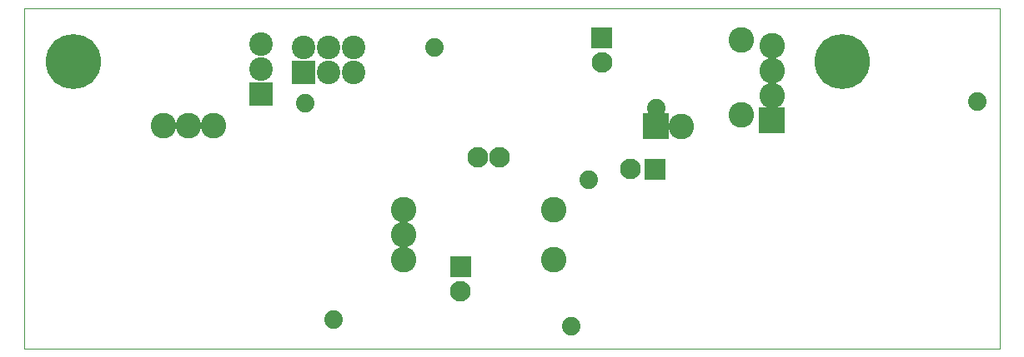
<source format=gbr>
%FSLAX34Y34*%
%MOMM*%
%LNSOLDERMASK_BOTTOM*%
G71*
G01*
%ADD10C, 0.002*%
%ADD11C, 5.600*%
%ADD12C, 2.600*%
%ADD13C, 2.100*%
%ADD14C, 2.400*%
%ADD15C, 1.880*%
%LPD*%
G54D10*
X792Y-396D02*
X990792Y-396D01*
X990792Y-346396D01*
X792Y-346396D01*
X792Y-396D01*
X50402Y-54371D02*
G54D11*
D03*
X831451Y-54371D02*
G54D11*
D03*
G36*
X746617Y-127298D02*
X746617Y-101298D01*
X772617Y-101298D01*
X772617Y-127298D01*
X746617Y-127298D01*
G37*
X759618Y-88898D02*
G54D12*
D03*
X759618Y-63498D02*
G54D12*
D03*
X759618Y-38098D02*
G54D12*
D03*
X386157Y-205184D02*
G54D12*
D03*
X538557Y-205184D02*
G54D12*
D03*
X386157Y-230584D02*
G54D12*
D03*
X538557Y-255984D02*
G54D12*
D03*
X386157Y-255984D02*
G54D12*
D03*
G36*
X433205Y-252626D02*
X454205Y-252626D01*
X454205Y-273626D01*
X433205Y-273626D01*
X433205Y-252626D01*
G37*
X443705Y-288527D02*
G54D13*
D03*
G36*
X597465Y-40590D02*
X576465Y-40590D01*
X576465Y-19590D01*
X597465Y-19590D01*
X597465Y-40590D01*
G37*
X586965Y-55490D02*
G54D13*
D03*
G36*
X272412Y-53422D02*
X296412Y-53422D01*
X296412Y-77422D01*
X272412Y-77422D01*
X272412Y-53422D01*
G37*
X284412Y-40022D02*
G54D14*
D03*
X309812Y-65422D02*
G54D14*
D03*
X309812Y-40022D02*
G54D14*
D03*
X335212Y-65422D02*
G54D14*
D03*
X335212Y-40022D02*
G54D14*
D03*
X483392Y-152002D02*
G54D13*
D03*
X142080Y-119458D02*
G54D12*
D03*
X167480Y-119458D02*
G54D12*
D03*
X192880Y-119458D02*
G54D12*
D03*
G36*
X655218Y-107116D02*
X655218Y-133116D01*
X629218Y-133116D01*
X629218Y-107116D01*
X655218Y-107116D01*
G37*
X667617Y-120117D02*
G54D12*
D03*
X461168Y-152002D02*
G54D13*
D03*
X968374Y-95250D02*
G54D15*
D03*
X286145Y-97232D02*
G54D15*
D03*
G36*
X228975Y-99672D02*
X228975Y-75672D01*
X252975Y-75672D01*
X252975Y-99672D01*
X228975Y-99672D01*
G37*
X240975Y-62272D02*
G54D14*
D03*
X240975Y-36872D02*
G54D14*
D03*
X728339Y-32805D02*
G54D12*
D03*
X728339Y-109004D02*
G54D12*
D03*
G36*
X630680Y-174564D02*
X630680Y-153564D01*
X651680Y-153564D01*
X651680Y-174564D01*
X630680Y-174564D01*
G37*
X615780Y-164064D02*
G54D13*
D03*
X417114Y-39686D02*
G54D15*
D03*
X555623Y-323848D02*
G54D15*
D03*
X314323Y-316704D02*
G54D15*
D03*
X642142Y-101598D02*
G54D15*
D03*
X573483Y-175020D02*
G54D15*
D03*
M02*

</source>
